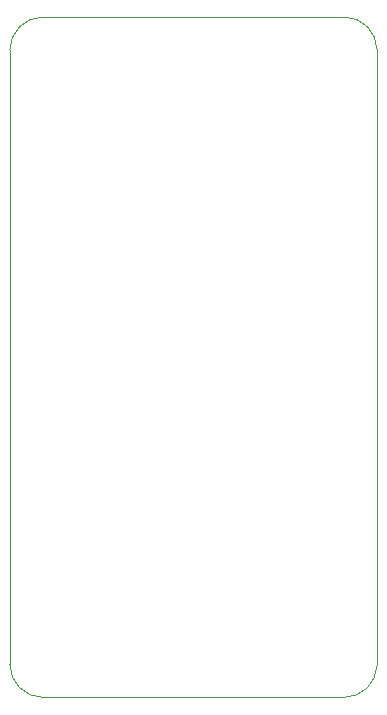
<source format=gbr>
G04 #@! TF.GenerationSoftware,KiCad,Pcbnew,(5.0.2)-1*
G04 #@! TF.CreationDate,2019-06-25T09:53:37+05:30*
G04 #@! TF.ProjectId,CapacityOfBattery,43617061-6369-4747-994f-664261747465,rev?*
G04 #@! TF.SameCoordinates,Original*
G04 #@! TF.FileFunction,Profile,NP*
%FSLAX46Y46*%
G04 Gerber Fmt 4.6, Leading zero omitted, Abs format (unit mm)*
G04 Created by KiCad (PCBNEW (5.0.2)-1) date 06/25/19 09:53:37*
%MOMM*%
%LPD*%
G01*
G04 APERTURE LIST*
%ADD10C,0.100000*%
G04 APERTURE END LIST*
D10*
X16100000Y-70000000D02*
G75*
G02X13300000Y-67200000I0J2800000D01*
G01*
X44398216Y-67299936D02*
G75*
G02X41600000Y-70000000I-2798216J99936D01*
G01*
X41600000Y-12400000D02*
G75*
G02X44400000Y-15200000I0J-2800000D01*
G01*
X13300000Y-15200000D02*
G75*
G02X16100000Y-12400000I2800000J0D01*
G01*
X13300000Y-67200000D02*
X13300000Y-15200000D01*
X41600000Y-70000000D02*
X16100000Y-70000000D01*
X44400000Y-15200000D02*
X44400000Y-67300000D01*
X16100000Y-12400000D02*
X41600000Y-12400000D01*
M02*

</source>
